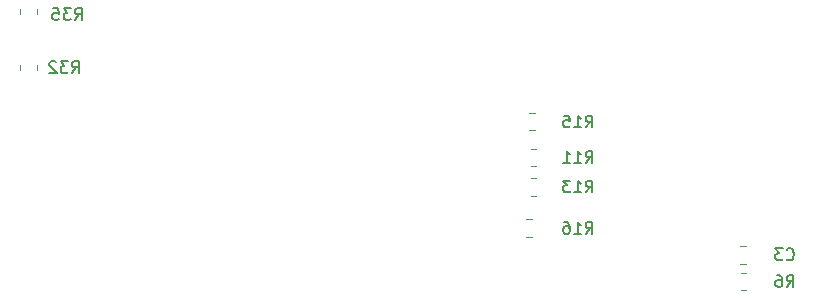
<source format=gbr>
%TF.GenerationSoftware,KiCad,Pcbnew,9.0.2*%
%TF.CreationDate,2025-09-30T17:54:07+08:00*%
%TF.ProjectId,IMD_TSMS_latch_logic,494d445f-5453-44d5-935f-6c617463685f,rev?*%
%TF.SameCoordinates,Original*%
%TF.FileFunction,Legend,Bot*%
%TF.FilePolarity,Positive*%
%FSLAX46Y46*%
G04 Gerber Fmt 4.6, Leading zero omitted, Abs format (unit mm)*
G04 Created by KiCad (PCBNEW 9.0.2) date 2025-09-30 17:54:07*
%MOMM*%
%LPD*%
G01*
G04 APERTURE LIST*
%ADD10C,0.150000*%
%ADD11C,0.120000*%
G04 APERTURE END LIST*
D10*
X101142857Y-95454819D02*
X101476190Y-94978628D01*
X101714285Y-95454819D02*
X101714285Y-94454819D01*
X101714285Y-94454819D02*
X101333333Y-94454819D01*
X101333333Y-94454819D02*
X101238095Y-94502438D01*
X101238095Y-94502438D02*
X101190476Y-94550057D01*
X101190476Y-94550057D02*
X101142857Y-94645295D01*
X101142857Y-94645295D02*
X101142857Y-94788152D01*
X101142857Y-94788152D02*
X101190476Y-94883390D01*
X101190476Y-94883390D02*
X101238095Y-94931009D01*
X101238095Y-94931009D02*
X101333333Y-94978628D01*
X101333333Y-94978628D02*
X101714285Y-94978628D01*
X100809523Y-94454819D02*
X100190476Y-94454819D01*
X100190476Y-94454819D02*
X100523809Y-94835771D01*
X100523809Y-94835771D02*
X100380952Y-94835771D01*
X100380952Y-94835771D02*
X100285714Y-94883390D01*
X100285714Y-94883390D02*
X100238095Y-94931009D01*
X100238095Y-94931009D02*
X100190476Y-95026247D01*
X100190476Y-95026247D02*
X100190476Y-95264342D01*
X100190476Y-95264342D02*
X100238095Y-95359580D01*
X100238095Y-95359580D02*
X100285714Y-95407200D01*
X100285714Y-95407200D02*
X100380952Y-95454819D01*
X100380952Y-95454819D02*
X100666666Y-95454819D01*
X100666666Y-95454819D02*
X100761904Y-95407200D01*
X100761904Y-95407200D02*
X100809523Y-95359580D01*
X99285714Y-94454819D02*
X99761904Y-94454819D01*
X99761904Y-94454819D02*
X99809523Y-94931009D01*
X99809523Y-94931009D02*
X99761904Y-94883390D01*
X99761904Y-94883390D02*
X99666666Y-94835771D01*
X99666666Y-94835771D02*
X99428571Y-94835771D01*
X99428571Y-94835771D02*
X99333333Y-94883390D01*
X99333333Y-94883390D02*
X99285714Y-94931009D01*
X99285714Y-94931009D02*
X99238095Y-95026247D01*
X99238095Y-95026247D02*
X99238095Y-95264342D01*
X99238095Y-95264342D02*
X99285714Y-95359580D01*
X99285714Y-95359580D02*
X99333333Y-95407200D01*
X99333333Y-95407200D02*
X99428571Y-95454819D01*
X99428571Y-95454819D02*
X99666666Y-95454819D01*
X99666666Y-95454819D02*
X99761904Y-95407200D01*
X99761904Y-95407200D02*
X99809523Y-95359580D01*
X100892857Y-99954819D02*
X101226190Y-99478628D01*
X101464285Y-99954819D02*
X101464285Y-98954819D01*
X101464285Y-98954819D02*
X101083333Y-98954819D01*
X101083333Y-98954819D02*
X100988095Y-99002438D01*
X100988095Y-99002438D02*
X100940476Y-99050057D01*
X100940476Y-99050057D02*
X100892857Y-99145295D01*
X100892857Y-99145295D02*
X100892857Y-99288152D01*
X100892857Y-99288152D02*
X100940476Y-99383390D01*
X100940476Y-99383390D02*
X100988095Y-99431009D01*
X100988095Y-99431009D02*
X101083333Y-99478628D01*
X101083333Y-99478628D02*
X101464285Y-99478628D01*
X100559523Y-98954819D02*
X99940476Y-98954819D01*
X99940476Y-98954819D02*
X100273809Y-99335771D01*
X100273809Y-99335771D02*
X100130952Y-99335771D01*
X100130952Y-99335771D02*
X100035714Y-99383390D01*
X100035714Y-99383390D02*
X99988095Y-99431009D01*
X99988095Y-99431009D02*
X99940476Y-99526247D01*
X99940476Y-99526247D02*
X99940476Y-99764342D01*
X99940476Y-99764342D02*
X99988095Y-99859580D01*
X99988095Y-99859580D02*
X100035714Y-99907200D01*
X100035714Y-99907200D02*
X100130952Y-99954819D01*
X100130952Y-99954819D02*
X100416666Y-99954819D01*
X100416666Y-99954819D02*
X100511904Y-99907200D01*
X100511904Y-99907200D02*
X100559523Y-99859580D01*
X99559523Y-99050057D02*
X99511904Y-99002438D01*
X99511904Y-99002438D02*
X99416666Y-98954819D01*
X99416666Y-98954819D02*
X99178571Y-98954819D01*
X99178571Y-98954819D02*
X99083333Y-99002438D01*
X99083333Y-99002438D02*
X99035714Y-99050057D01*
X99035714Y-99050057D02*
X98988095Y-99145295D01*
X98988095Y-99145295D02*
X98988095Y-99240533D01*
X98988095Y-99240533D02*
X99035714Y-99383390D01*
X99035714Y-99383390D02*
X99607142Y-99954819D01*
X99607142Y-99954819D02*
X98988095Y-99954819D01*
X161421666Y-115709580D02*
X161469285Y-115757200D01*
X161469285Y-115757200D02*
X161612142Y-115804819D01*
X161612142Y-115804819D02*
X161707380Y-115804819D01*
X161707380Y-115804819D02*
X161850237Y-115757200D01*
X161850237Y-115757200D02*
X161945475Y-115661961D01*
X161945475Y-115661961D02*
X161993094Y-115566723D01*
X161993094Y-115566723D02*
X162040713Y-115376247D01*
X162040713Y-115376247D02*
X162040713Y-115233390D01*
X162040713Y-115233390D02*
X161993094Y-115042914D01*
X161993094Y-115042914D02*
X161945475Y-114947676D01*
X161945475Y-114947676D02*
X161850237Y-114852438D01*
X161850237Y-114852438D02*
X161707380Y-114804819D01*
X161707380Y-114804819D02*
X161612142Y-114804819D01*
X161612142Y-114804819D02*
X161469285Y-114852438D01*
X161469285Y-114852438D02*
X161421666Y-114900057D01*
X161088332Y-114804819D02*
X160469285Y-114804819D01*
X160469285Y-114804819D02*
X160802618Y-115185771D01*
X160802618Y-115185771D02*
X160659761Y-115185771D01*
X160659761Y-115185771D02*
X160564523Y-115233390D01*
X160564523Y-115233390D02*
X160516904Y-115281009D01*
X160516904Y-115281009D02*
X160469285Y-115376247D01*
X160469285Y-115376247D02*
X160469285Y-115614342D01*
X160469285Y-115614342D02*
X160516904Y-115709580D01*
X160516904Y-115709580D02*
X160564523Y-115757200D01*
X160564523Y-115757200D02*
X160659761Y-115804819D01*
X160659761Y-115804819D02*
X160945475Y-115804819D01*
X160945475Y-115804819D02*
X161040713Y-115757200D01*
X161040713Y-115757200D02*
X161088332Y-115709580D01*
X144397857Y-104554819D02*
X144731190Y-104078628D01*
X144969285Y-104554819D02*
X144969285Y-103554819D01*
X144969285Y-103554819D02*
X144588333Y-103554819D01*
X144588333Y-103554819D02*
X144493095Y-103602438D01*
X144493095Y-103602438D02*
X144445476Y-103650057D01*
X144445476Y-103650057D02*
X144397857Y-103745295D01*
X144397857Y-103745295D02*
X144397857Y-103888152D01*
X144397857Y-103888152D02*
X144445476Y-103983390D01*
X144445476Y-103983390D02*
X144493095Y-104031009D01*
X144493095Y-104031009D02*
X144588333Y-104078628D01*
X144588333Y-104078628D02*
X144969285Y-104078628D01*
X143445476Y-104554819D02*
X144016904Y-104554819D01*
X143731190Y-104554819D02*
X143731190Y-103554819D01*
X143731190Y-103554819D02*
X143826428Y-103697676D01*
X143826428Y-103697676D02*
X143921666Y-103792914D01*
X143921666Y-103792914D02*
X144016904Y-103840533D01*
X142540714Y-103554819D02*
X143016904Y-103554819D01*
X143016904Y-103554819D02*
X143064523Y-104031009D01*
X143064523Y-104031009D02*
X143016904Y-103983390D01*
X143016904Y-103983390D02*
X142921666Y-103935771D01*
X142921666Y-103935771D02*
X142683571Y-103935771D01*
X142683571Y-103935771D02*
X142588333Y-103983390D01*
X142588333Y-103983390D02*
X142540714Y-104031009D01*
X142540714Y-104031009D02*
X142493095Y-104126247D01*
X142493095Y-104126247D02*
X142493095Y-104364342D01*
X142493095Y-104364342D02*
X142540714Y-104459580D01*
X142540714Y-104459580D02*
X142588333Y-104507200D01*
X142588333Y-104507200D02*
X142683571Y-104554819D01*
X142683571Y-104554819D02*
X142921666Y-104554819D01*
X142921666Y-104554819D02*
X143016904Y-104507200D01*
X143016904Y-104507200D02*
X143064523Y-104459580D01*
X144397857Y-113554819D02*
X144731190Y-113078628D01*
X144969285Y-113554819D02*
X144969285Y-112554819D01*
X144969285Y-112554819D02*
X144588333Y-112554819D01*
X144588333Y-112554819D02*
X144493095Y-112602438D01*
X144493095Y-112602438D02*
X144445476Y-112650057D01*
X144445476Y-112650057D02*
X144397857Y-112745295D01*
X144397857Y-112745295D02*
X144397857Y-112888152D01*
X144397857Y-112888152D02*
X144445476Y-112983390D01*
X144445476Y-112983390D02*
X144493095Y-113031009D01*
X144493095Y-113031009D02*
X144588333Y-113078628D01*
X144588333Y-113078628D02*
X144969285Y-113078628D01*
X143445476Y-113554819D02*
X144016904Y-113554819D01*
X143731190Y-113554819D02*
X143731190Y-112554819D01*
X143731190Y-112554819D02*
X143826428Y-112697676D01*
X143826428Y-112697676D02*
X143921666Y-112792914D01*
X143921666Y-112792914D02*
X144016904Y-112840533D01*
X142588333Y-112554819D02*
X142778809Y-112554819D01*
X142778809Y-112554819D02*
X142874047Y-112602438D01*
X142874047Y-112602438D02*
X142921666Y-112650057D01*
X142921666Y-112650057D02*
X143016904Y-112792914D01*
X143016904Y-112792914D02*
X143064523Y-112983390D01*
X143064523Y-112983390D02*
X143064523Y-113364342D01*
X143064523Y-113364342D02*
X143016904Y-113459580D01*
X143016904Y-113459580D02*
X142969285Y-113507200D01*
X142969285Y-113507200D02*
X142874047Y-113554819D01*
X142874047Y-113554819D02*
X142683571Y-113554819D01*
X142683571Y-113554819D02*
X142588333Y-113507200D01*
X142588333Y-113507200D02*
X142540714Y-113459580D01*
X142540714Y-113459580D02*
X142493095Y-113364342D01*
X142493095Y-113364342D02*
X142493095Y-113126247D01*
X142493095Y-113126247D02*
X142540714Y-113031009D01*
X142540714Y-113031009D02*
X142588333Y-112983390D01*
X142588333Y-112983390D02*
X142683571Y-112935771D01*
X142683571Y-112935771D02*
X142874047Y-112935771D01*
X142874047Y-112935771D02*
X142969285Y-112983390D01*
X142969285Y-112983390D02*
X143016904Y-113031009D01*
X143016904Y-113031009D02*
X143064523Y-113126247D01*
X161421666Y-118054819D02*
X161754999Y-117578628D01*
X161993094Y-118054819D02*
X161993094Y-117054819D01*
X161993094Y-117054819D02*
X161612142Y-117054819D01*
X161612142Y-117054819D02*
X161516904Y-117102438D01*
X161516904Y-117102438D02*
X161469285Y-117150057D01*
X161469285Y-117150057D02*
X161421666Y-117245295D01*
X161421666Y-117245295D02*
X161421666Y-117388152D01*
X161421666Y-117388152D02*
X161469285Y-117483390D01*
X161469285Y-117483390D02*
X161516904Y-117531009D01*
X161516904Y-117531009D02*
X161612142Y-117578628D01*
X161612142Y-117578628D02*
X161993094Y-117578628D01*
X160564523Y-117054819D02*
X160754999Y-117054819D01*
X160754999Y-117054819D02*
X160850237Y-117102438D01*
X160850237Y-117102438D02*
X160897856Y-117150057D01*
X160897856Y-117150057D02*
X160993094Y-117292914D01*
X160993094Y-117292914D02*
X161040713Y-117483390D01*
X161040713Y-117483390D02*
X161040713Y-117864342D01*
X161040713Y-117864342D02*
X160993094Y-117959580D01*
X160993094Y-117959580D02*
X160945475Y-118007200D01*
X160945475Y-118007200D02*
X160850237Y-118054819D01*
X160850237Y-118054819D02*
X160659761Y-118054819D01*
X160659761Y-118054819D02*
X160564523Y-118007200D01*
X160564523Y-118007200D02*
X160516904Y-117959580D01*
X160516904Y-117959580D02*
X160469285Y-117864342D01*
X160469285Y-117864342D02*
X160469285Y-117626247D01*
X160469285Y-117626247D02*
X160516904Y-117531009D01*
X160516904Y-117531009D02*
X160564523Y-117483390D01*
X160564523Y-117483390D02*
X160659761Y-117435771D01*
X160659761Y-117435771D02*
X160850237Y-117435771D01*
X160850237Y-117435771D02*
X160945475Y-117483390D01*
X160945475Y-117483390D02*
X160993094Y-117531009D01*
X160993094Y-117531009D02*
X161040713Y-117626247D01*
X144397857Y-110054819D02*
X144731190Y-109578628D01*
X144969285Y-110054819D02*
X144969285Y-109054819D01*
X144969285Y-109054819D02*
X144588333Y-109054819D01*
X144588333Y-109054819D02*
X144493095Y-109102438D01*
X144493095Y-109102438D02*
X144445476Y-109150057D01*
X144445476Y-109150057D02*
X144397857Y-109245295D01*
X144397857Y-109245295D02*
X144397857Y-109388152D01*
X144397857Y-109388152D02*
X144445476Y-109483390D01*
X144445476Y-109483390D02*
X144493095Y-109531009D01*
X144493095Y-109531009D02*
X144588333Y-109578628D01*
X144588333Y-109578628D02*
X144969285Y-109578628D01*
X143445476Y-110054819D02*
X144016904Y-110054819D01*
X143731190Y-110054819D02*
X143731190Y-109054819D01*
X143731190Y-109054819D02*
X143826428Y-109197676D01*
X143826428Y-109197676D02*
X143921666Y-109292914D01*
X143921666Y-109292914D02*
X144016904Y-109340533D01*
X143112142Y-109054819D02*
X142493095Y-109054819D01*
X142493095Y-109054819D02*
X142826428Y-109435771D01*
X142826428Y-109435771D02*
X142683571Y-109435771D01*
X142683571Y-109435771D02*
X142588333Y-109483390D01*
X142588333Y-109483390D02*
X142540714Y-109531009D01*
X142540714Y-109531009D02*
X142493095Y-109626247D01*
X142493095Y-109626247D02*
X142493095Y-109864342D01*
X142493095Y-109864342D02*
X142540714Y-109959580D01*
X142540714Y-109959580D02*
X142588333Y-110007200D01*
X142588333Y-110007200D02*
X142683571Y-110054819D01*
X142683571Y-110054819D02*
X142969285Y-110054819D01*
X142969285Y-110054819D02*
X143064523Y-110007200D01*
X143064523Y-110007200D02*
X143112142Y-109959580D01*
X144397857Y-107554819D02*
X144731190Y-107078628D01*
X144969285Y-107554819D02*
X144969285Y-106554819D01*
X144969285Y-106554819D02*
X144588333Y-106554819D01*
X144588333Y-106554819D02*
X144493095Y-106602438D01*
X144493095Y-106602438D02*
X144445476Y-106650057D01*
X144445476Y-106650057D02*
X144397857Y-106745295D01*
X144397857Y-106745295D02*
X144397857Y-106888152D01*
X144397857Y-106888152D02*
X144445476Y-106983390D01*
X144445476Y-106983390D02*
X144493095Y-107031009D01*
X144493095Y-107031009D02*
X144588333Y-107078628D01*
X144588333Y-107078628D02*
X144969285Y-107078628D01*
X143445476Y-107554819D02*
X144016904Y-107554819D01*
X143731190Y-107554819D02*
X143731190Y-106554819D01*
X143731190Y-106554819D02*
X143826428Y-106697676D01*
X143826428Y-106697676D02*
X143921666Y-106792914D01*
X143921666Y-106792914D02*
X144016904Y-106840533D01*
X142493095Y-107554819D02*
X143064523Y-107554819D01*
X142778809Y-107554819D02*
X142778809Y-106554819D01*
X142778809Y-106554819D02*
X142874047Y-106697676D01*
X142874047Y-106697676D02*
X142969285Y-106792914D01*
X142969285Y-106792914D02*
X143064523Y-106840533D01*
D11*
%TO.C,R35*%
X97985000Y-94977064D02*
X97985000Y-94522936D01*
X96515000Y-94977064D02*
X96515000Y-94522936D01*
%TO.C,R32*%
X97985000Y-99272936D02*
X97985000Y-99727064D01*
X96515000Y-99272936D02*
X96515000Y-99727064D01*
%TO.C,C3*%
X157493748Y-114615000D02*
X158016252Y-114615000D01*
X157493748Y-116085000D02*
X158016252Y-116085000D01*
%TO.C,R15*%
X139625436Y-103332500D02*
X140079564Y-103332500D01*
X139625436Y-104802500D02*
X140079564Y-104802500D01*
%TO.C,R16*%
X139375436Y-112332500D02*
X139829564Y-112332500D01*
X139375436Y-113802500D02*
X139829564Y-113802500D01*
%TO.C,R6*%
X157982064Y-116865000D02*
X157527936Y-116865000D01*
X157982064Y-118335000D02*
X157527936Y-118335000D01*
%TO.C,R13*%
X139777936Y-108865000D02*
X140232064Y-108865000D01*
X139777936Y-110335000D02*
X140232064Y-110335000D01*
%TO.C,R11*%
X139777936Y-106365000D02*
X140232064Y-106365000D01*
X139777936Y-107835000D02*
X140232064Y-107835000D01*
%TD*%
M02*

</source>
